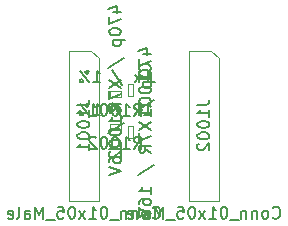
<source format=gbr>
G04 #@! TF.GenerationSoftware,KiCad,Pcbnew,(5.1.6-14-g3ac0951e1-dirty)*
G04 #@! TF.CreationDate,2021-04-17T10:51:59+02:00*
G04 #@! TF.ProjectId,A003.0000017200_DM.ADS7142.BOB,41303033-2e30-4303-9030-303137323030,rev?*
G04 #@! TF.SameCoordinates,Original*
G04 #@! TF.FileFunction,Other,Fab,Bot*
%FSLAX46Y46*%
G04 Gerber Fmt 4.6, Leading zero omitted, Abs format (unit mm)*
G04 Created by KiCad (PCBNEW (5.1.6-14-g3ac0951e1-dirty)) date 2021-04-17 10:52:00*
%MOMM*%
%LPD*%
G01*
G04 APERTURE LIST*
%ADD10C,0.100000*%
%ADD11C,0.150000*%
G04 APERTURE END LIST*
D10*
X129167000Y-81030000D02*
X129167000Y-81530000D01*
X130167000Y-81030000D02*
X129167000Y-81030000D01*
X130167000Y-81530000D02*
X130167000Y-81030000D01*
X129167000Y-81530000D02*
X130167000Y-81530000D01*
X129167000Y-78236000D02*
X129167000Y-78736000D01*
X130167000Y-78236000D02*
X129167000Y-78236000D01*
X130167000Y-78736000D02*
X130167000Y-78236000D01*
X129167000Y-78736000D02*
X130167000Y-78736000D01*
X131187000Y-81161000D02*
X130687000Y-81161000D01*
X131187000Y-82161000D02*
X131187000Y-81161000D01*
X130687000Y-82161000D02*
X131187000Y-82161000D01*
X130687000Y-81161000D02*
X130687000Y-82161000D01*
X130687000Y-78605000D02*
X131187000Y-78605000D01*
X130687000Y-77605000D02*
X130687000Y-78605000D01*
X131187000Y-77605000D02*
X130687000Y-77605000D01*
X131187000Y-78605000D02*
X131187000Y-77605000D01*
X137795000Y-74803000D02*
X135890000Y-74803000D01*
X135890000Y-74803000D02*
X135890000Y-87503000D01*
X135890000Y-87503000D02*
X138430000Y-87503000D01*
X138430000Y-87503000D02*
X138430000Y-75438000D01*
X138430000Y-75438000D02*
X137795000Y-74803000D01*
X127635000Y-74803000D02*
X125730000Y-74803000D01*
X125730000Y-74803000D02*
X125730000Y-87503000D01*
X125730000Y-87503000D02*
X128270000Y-87503000D01*
X128270000Y-87503000D02*
X128270000Y-75438000D01*
X128270000Y-75438000D02*
X127635000Y-74803000D01*
D11*
X132119380Y-80282380D02*
X132690809Y-80282380D01*
X132405095Y-80282380D02*
X132405095Y-79282380D01*
X132500333Y-79425238D01*
X132595571Y-79520476D01*
X132690809Y-79568095D01*
X131690809Y-80282380D02*
X131690809Y-79282380D01*
X131595571Y-79901428D02*
X131309857Y-80282380D01*
X131309857Y-79615714D02*
X131690809Y-79996666D01*
X129405095Y-79234761D02*
X130262238Y-80520476D01*
X127786047Y-80282380D02*
X128357476Y-80282380D01*
X128071761Y-80282380D02*
X128071761Y-79282380D01*
X128167000Y-79425238D01*
X128262238Y-79520476D01*
X128357476Y-79568095D01*
X127405095Y-80282380D02*
X126643190Y-79282380D01*
X127262238Y-79282380D02*
X127167000Y-79330000D01*
X127119380Y-79425238D01*
X127167000Y-79520476D01*
X127262238Y-79568095D01*
X127357476Y-79520476D01*
X127405095Y-79425238D01*
X127357476Y-79330000D01*
X127262238Y-79282380D01*
X126690809Y-80234761D02*
X126643190Y-80139523D01*
X126690809Y-80044285D01*
X126786047Y-79996666D01*
X126881285Y-80044285D01*
X126928904Y-80139523D01*
X126881285Y-80234761D01*
X126786047Y-80282380D01*
X126690809Y-80234761D01*
X131262238Y-83082380D02*
X131595571Y-82606190D01*
X131833666Y-83082380D02*
X131833666Y-82082380D01*
X131452714Y-82082380D01*
X131357476Y-82130000D01*
X131309857Y-82177619D01*
X131262238Y-82272857D01*
X131262238Y-82415714D01*
X131309857Y-82510952D01*
X131357476Y-82558571D01*
X131452714Y-82606190D01*
X131833666Y-82606190D01*
X130309857Y-83082380D02*
X130881285Y-83082380D01*
X130595571Y-83082380D02*
X130595571Y-82082380D01*
X130690809Y-82225238D01*
X130786047Y-82320476D01*
X130881285Y-82368095D01*
X129690809Y-82082380D02*
X129595571Y-82082380D01*
X129500333Y-82130000D01*
X129452714Y-82177619D01*
X129405095Y-82272857D01*
X129357476Y-82463333D01*
X129357476Y-82701428D01*
X129405095Y-82891904D01*
X129452714Y-82987142D01*
X129500333Y-83034761D01*
X129595571Y-83082380D01*
X129690809Y-83082380D01*
X129786047Y-83034761D01*
X129833666Y-82987142D01*
X129881285Y-82891904D01*
X129928904Y-82701428D01*
X129928904Y-82463333D01*
X129881285Y-82272857D01*
X129833666Y-82177619D01*
X129786047Y-82130000D01*
X129690809Y-82082380D01*
X128738428Y-82082380D02*
X128643190Y-82082380D01*
X128547952Y-82130000D01*
X128500333Y-82177619D01*
X128452714Y-82272857D01*
X128405095Y-82463333D01*
X128405095Y-82701428D01*
X128452714Y-82891904D01*
X128500333Y-82987142D01*
X128547952Y-83034761D01*
X128643190Y-83082380D01*
X128738428Y-83082380D01*
X128833666Y-83034761D01*
X128881285Y-82987142D01*
X128928904Y-82891904D01*
X128976523Y-82701428D01*
X128976523Y-82463333D01*
X128928904Y-82272857D01*
X128881285Y-82177619D01*
X128833666Y-82130000D01*
X128738428Y-82082380D01*
X128024142Y-82177619D02*
X127976523Y-82130000D01*
X127881285Y-82082380D01*
X127643190Y-82082380D01*
X127547952Y-82130000D01*
X127500333Y-82177619D01*
X127452714Y-82272857D01*
X127452714Y-82368095D01*
X127500333Y-82510952D01*
X128071761Y-83082380D01*
X127452714Y-83082380D01*
X132119380Y-77488380D02*
X132690809Y-77488380D01*
X132405095Y-77488380D02*
X132405095Y-76488380D01*
X132500333Y-76631238D01*
X132595571Y-76726476D01*
X132690809Y-76774095D01*
X131690809Y-77488380D02*
X131690809Y-76488380D01*
X131595571Y-77107428D02*
X131309857Y-77488380D01*
X131309857Y-76821714D02*
X131690809Y-77202666D01*
X129405095Y-76440761D02*
X130262238Y-77726476D01*
X127786047Y-77488380D02*
X128357476Y-77488380D01*
X128071761Y-77488380D02*
X128071761Y-76488380D01*
X128167000Y-76631238D01*
X128262238Y-76726476D01*
X128357476Y-76774095D01*
X127405095Y-77488380D02*
X126643190Y-76488380D01*
X127262238Y-76488380D02*
X127167000Y-76536000D01*
X127119380Y-76631238D01*
X127167000Y-76726476D01*
X127262238Y-76774095D01*
X127357476Y-76726476D01*
X127405095Y-76631238D01*
X127357476Y-76536000D01*
X127262238Y-76488380D01*
X126690809Y-77440761D02*
X126643190Y-77345523D01*
X126690809Y-77250285D01*
X126786047Y-77202666D01*
X126881285Y-77250285D01*
X126928904Y-77345523D01*
X126881285Y-77440761D01*
X126786047Y-77488380D01*
X126690809Y-77440761D01*
X131262238Y-80288380D02*
X131595571Y-79812190D01*
X131833666Y-80288380D02*
X131833666Y-79288380D01*
X131452714Y-79288380D01*
X131357476Y-79336000D01*
X131309857Y-79383619D01*
X131262238Y-79478857D01*
X131262238Y-79621714D01*
X131309857Y-79716952D01*
X131357476Y-79764571D01*
X131452714Y-79812190D01*
X131833666Y-79812190D01*
X130309857Y-80288380D02*
X130881285Y-80288380D01*
X130595571Y-80288380D02*
X130595571Y-79288380D01*
X130690809Y-79431238D01*
X130786047Y-79526476D01*
X130881285Y-79574095D01*
X129690809Y-79288380D02*
X129595571Y-79288380D01*
X129500333Y-79336000D01*
X129452714Y-79383619D01*
X129405095Y-79478857D01*
X129357476Y-79669333D01*
X129357476Y-79907428D01*
X129405095Y-80097904D01*
X129452714Y-80193142D01*
X129500333Y-80240761D01*
X129595571Y-80288380D01*
X129690809Y-80288380D01*
X129786047Y-80240761D01*
X129833666Y-80193142D01*
X129881285Y-80097904D01*
X129928904Y-79907428D01*
X129928904Y-79669333D01*
X129881285Y-79478857D01*
X129833666Y-79383619D01*
X129786047Y-79336000D01*
X129690809Y-79288380D01*
X128738428Y-79288380D02*
X128643190Y-79288380D01*
X128547952Y-79336000D01*
X128500333Y-79383619D01*
X128452714Y-79478857D01*
X128405095Y-79669333D01*
X128405095Y-79907428D01*
X128452714Y-80097904D01*
X128500333Y-80193142D01*
X128547952Y-80240761D01*
X128643190Y-80288380D01*
X128738428Y-80288380D01*
X128833666Y-80240761D01*
X128881285Y-80193142D01*
X128928904Y-80097904D01*
X128976523Y-79907428D01*
X128976523Y-79669333D01*
X128928904Y-79478857D01*
X128881285Y-79383619D01*
X128833666Y-79336000D01*
X128738428Y-79288380D01*
X127452714Y-80288380D02*
X128024142Y-80288380D01*
X127738428Y-80288380D02*
X127738428Y-79288380D01*
X127833666Y-79431238D01*
X127928904Y-79526476D01*
X128024142Y-79574095D01*
X131992714Y-75041952D02*
X132659380Y-75041952D01*
X131611761Y-74803857D02*
X132326047Y-74565761D01*
X132326047Y-75184809D01*
X131659380Y-75470523D02*
X131659380Y-76137190D01*
X132659380Y-75708619D01*
X131659380Y-76708619D02*
X131659380Y-76803857D01*
X131707000Y-76899095D01*
X131754619Y-76946714D01*
X131849857Y-76994333D01*
X132040333Y-77041952D01*
X132278428Y-77041952D01*
X132468904Y-76994333D01*
X132564142Y-76946714D01*
X132611761Y-76899095D01*
X132659380Y-76803857D01*
X132659380Y-76708619D01*
X132611761Y-76613380D01*
X132564142Y-76565761D01*
X132468904Y-76518142D01*
X132278428Y-76470523D01*
X132040333Y-76470523D01*
X131849857Y-76518142D01*
X131754619Y-76565761D01*
X131707000Y-76613380D01*
X131659380Y-76708619D01*
X131992714Y-77470523D02*
X132992714Y-77470523D01*
X132040333Y-77470523D02*
X131992714Y-77565761D01*
X131992714Y-77756238D01*
X132040333Y-77851476D01*
X132087952Y-77899095D01*
X132183190Y-77946714D01*
X132468904Y-77946714D01*
X132564142Y-77899095D01*
X132611761Y-77851476D01*
X132659380Y-77756238D01*
X132659380Y-77565761D01*
X132611761Y-77470523D01*
X131611761Y-79851476D02*
X132897476Y-78994333D01*
X131659380Y-80851476D02*
X132659380Y-81518142D01*
X131659380Y-81518142D02*
X132659380Y-80851476D01*
X131659380Y-81803857D02*
X131659380Y-82470523D01*
X132659380Y-82041952D01*
X132659380Y-83422904D02*
X132183190Y-83089571D01*
X132659380Y-82851476D02*
X131659380Y-82851476D01*
X131659380Y-83232428D01*
X131707000Y-83327666D01*
X131754619Y-83375285D01*
X131849857Y-83422904D01*
X131992714Y-83422904D01*
X132087952Y-83375285D01*
X132135571Y-83327666D01*
X132183190Y-83232428D01*
X132183190Y-82851476D01*
X131611761Y-85327666D02*
X132897476Y-84470523D01*
X132659380Y-86946714D02*
X132659380Y-86375285D01*
X132659380Y-86661000D02*
X131659380Y-86661000D01*
X131802238Y-86565761D01*
X131897476Y-86470523D01*
X131945095Y-86375285D01*
X131659380Y-87803857D02*
X131659380Y-87613380D01*
X131707000Y-87518142D01*
X131754619Y-87470523D01*
X131897476Y-87375285D01*
X132087952Y-87327666D01*
X132468904Y-87327666D01*
X132564142Y-87375285D01*
X132611761Y-87422904D01*
X132659380Y-87518142D01*
X132659380Y-87708619D01*
X132611761Y-87803857D01*
X132564142Y-87851476D01*
X132468904Y-87899095D01*
X132230809Y-87899095D01*
X132135571Y-87851476D01*
X132087952Y-87803857D01*
X132040333Y-87708619D01*
X132040333Y-87518142D01*
X132087952Y-87422904D01*
X132135571Y-87375285D01*
X132230809Y-87327666D01*
X131659380Y-88184809D02*
X132659380Y-88518142D01*
X131659380Y-88851476D01*
X130024142Y-80065761D02*
X130071761Y-80018142D01*
X130119380Y-79875285D01*
X130119380Y-79780047D01*
X130071761Y-79637190D01*
X129976523Y-79541952D01*
X129881285Y-79494333D01*
X129690809Y-79446714D01*
X129547952Y-79446714D01*
X129357476Y-79494333D01*
X129262238Y-79541952D01*
X129167000Y-79637190D01*
X129119380Y-79780047D01*
X129119380Y-79875285D01*
X129167000Y-80018142D01*
X129214619Y-80065761D01*
X130119380Y-81018142D02*
X130119380Y-80446714D01*
X130119380Y-80732428D02*
X129119380Y-80732428D01*
X129262238Y-80637190D01*
X129357476Y-80541952D01*
X129405095Y-80446714D01*
X129119380Y-81637190D02*
X129119380Y-81732428D01*
X129167000Y-81827666D01*
X129214619Y-81875285D01*
X129309857Y-81922904D01*
X129500333Y-81970523D01*
X129738428Y-81970523D01*
X129928904Y-81922904D01*
X130024142Y-81875285D01*
X130071761Y-81827666D01*
X130119380Y-81732428D01*
X130119380Y-81637190D01*
X130071761Y-81541952D01*
X130024142Y-81494333D01*
X129928904Y-81446714D01*
X129738428Y-81399095D01*
X129500333Y-81399095D01*
X129309857Y-81446714D01*
X129214619Y-81494333D01*
X129167000Y-81541952D01*
X129119380Y-81637190D01*
X129119380Y-82589571D02*
X129119380Y-82684809D01*
X129167000Y-82780047D01*
X129214619Y-82827666D01*
X129309857Y-82875285D01*
X129500333Y-82922904D01*
X129738428Y-82922904D01*
X129928904Y-82875285D01*
X130024142Y-82827666D01*
X130071761Y-82780047D01*
X130119380Y-82684809D01*
X130119380Y-82589571D01*
X130071761Y-82494333D01*
X130024142Y-82446714D01*
X129928904Y-82399095D01*
X129738428Y-82351476D01*
X129500333Y-82351476D01*
X129309857Y-82399095D01*
X129214619Y-82446714D01*
X129167000Y-82494333D01*
X129119380Y-82589571D01*
X129214619Y-83303857D02*
X129167000Y-83351476D01*
X129119380Y-83446714D01*
X129119380Y-83684809D01*
X129167000Y-83780047D01*
X129214619Y-83827666D01*
X129309857Y-83875285D01*
X129405095Y-83875285D01*
X129547952Y-83827666D01*
X130119380Y-83256238D01*
X130119380Y-83875285D01*
X129452714Y-71485952D02*
X130119380Y-71485952D01*
X129071761Y-71247857D02*
X129786047Y-71009761D01*
X129786047Y-71628809D01*
X129119380Y-71914523D02*
X129119380Y-72581190D01*
X130119380Y-72152619D01*
X129119380Y-73152619D02*
X129119380Y-73247857D01*
X129167000Y-73343095D01*
X129214619Y-73390714D01*
X129309857Y-73438333D01*
X129500333Y-73485952D01*
X129738428Y-73485952D01*
X129928904Y-73438333D01*
X130024142Y-73390714D01*
X130071761Y-73343095D01*
X130119380Y-73247857D01*
X130119380Y-73152619D01*
X130071761Y-73057380D01*
X130024142Y-73009761D01*
X129928904Y-72962142D01*
X129738428Y-72914523D01*
X129500333Y-72914523D01*
X129309857Y-72962142D01*
X129214619Y-73009761D01*
X129167000Y-73057380D01*
X129119380Y-73152619D01*
X129452714Y-73914523D02*
X130452714Y-73914523D01*
X129500333Y-73914523D02*
X129452714Y-74009761D01*
X129452714Y-74200238D01*
X129500333Y-74295476D01*
X129547952Y-74343095D01*
X129643190Y-74390714D01*
X129928904Y-74390714D01*
X130024142Y-74343095D01*
X130071761Y-74295476D01*
X130119380Y-74200238D01*
X130119380Y-74009761D01*
X130071761Y-73914523D01*
X129071761Y-76295476D02*
X130357476Y-75438333D01*
X129119380Y-77295476D02*
X130119380Y-77962142D01*
X129119380Y-77962142D02*
X130119380Y-77295476D01*
X129119380Y-78247857D02*
X129119380Y-78914523D01*
X130119380Y-78485952D01*
X130119380Y-79866904D02*
X129643190Y-79533571D01*
X130119380Y-79295476D02*
X129119380Y-79295476D01*
X129119380Y-79676428D01*
X129167000Y-79771666D01*
X129214619Y-79819285D01*
X129309857Y-79866904D01*
X129452714Y-79866904D01*
X129547952Y-79819285D01*
X129595571Y-79771666D01*
X129643190Y-79676428D01*
X129643190Y-79295476D01*
X129071761Y-81771666D02*
X130357476Y-80914523D01*
X130119380Y-83390714D02*
X130119380Y-82819285D01*
X130119380Y-83105000D02*
X129119380Y-83105000D01*
X129262238Y-83009761D01*
X129357476Y-82914523D01*
X129405095Y-82819285D01*
X129119380Y-84247857D02*
X129119380Y-84057380D01*
X129167000Y-83962142D01*
X129214619Y-83914523D01*
X129357476Y-83819285D01*
X129547952Y-83771666D01*
X129928904Y-83771666D01*
X130024142Y-83819285D01*
X130071761Y-83866904D01*
X130119380Y-83962142D01*
X130119380Y-84152619D01*
X130071761Y-84247857D01*
X130024142Y-84295476D01*
X129928904Y-84343095D01*
X129690809Y-84343095D01*
X129595571Y-84295476D01*
X129547952Y-84247857D01*
X129500333Y-84152619D01*
X129500333Y-83962142D01*
X129547952Y-83866904D01*
X129595571Y-83819285D01*
X129690809Y-83771666D01*
X129119380Y-84628809D02*
X130119380Y-84962142D01*
X129119380Y-85295476D01*
X132564142Y-76509761D02*
X132611761Y-76462142D01*
X132659380Y-76319285D01*
X132659380Y-76224047D01*
X132611761Y-76081190D01*
X132516523Y-75985952D01*
X132421285Y-75938333D01*
X132230809Y-75890714D01*
X132087952Y-75890714D01*
X131897476Y-75938333D01*
X131802238Y-75985952D01*
X131707000Y-76081190D01*
X131659380Y-76224047D01*
X131659380Y-76319285D01*
X131707000Y-76462142D01*
X131754619Y-76509761D01*
X132659380Y-77462142D02*
X132659380Y-76890714D01*
X132659380Y-77176428D02*
X131659380Y-77176428D01*
X131802238Y-77081190D01*
X131897476Y-76985952D01*
X131945095Y-76890714D01*
X131659380Y-78081190D02*
X131659380Y-78176428D01*
X131707000Y-78271666D01*
X131754619Y-78319285D01*
X131849857Y-78366904D01*
X132040333Y-78414523D01*
X132278428Y-78414523D01*
X132468904Y-78366904D01*
X132564142Y-78319285D01*
X132611761Y-78271666D01*
X132659380Y-78176428D01*
X132659380Y-78081190D01*
X132611761Y-77985952D01*
X132564142Y-77938333D01*
X132468904Y-77890714D01*
X132278428Y-77843095D01*
X132040333Y-77843095D01*
X131849857Y-77890714D01*
X131754619Y-77938333D01*
X131707000Y-77985952D01*
X131659380Y-78081190D01*
X131659380Y-79033571D02*
X131659380Y-79128809D01*
X131707000Y-79224047D01*
X131754619Y-79271666D01*
X131849857Y-79319285D01*
X132040333Y-79366904D01*
X132278428Y-79366904D01*
X132468904Y-79319285D01*
X132564142Y-79271666D01*
X132611761Y-79224047D01*
X132659380Y-79128809D01*
X132659380Y-79033571D01*
X132611761Y-78938333D01*
X132564142Y-78890714D01*
X132468904Y-78843095D01*
X132278428Y-78795476D01*
X132040333Y-78795476D01*
X131849857Y-78843095D01*
X131754619Y-78890714D01*
X131707000Y-78938333D01*
X131659380Y-79033571D01*
X132659380Y-80319285D02*
X132659380Y-79747857D01*
X132659380Y-80033571D02*
X131659380Y-80033571D01*
X131802238Y-79938333D01*
X131897476Y-79843095D01*
X131945095Y-79747857D01*
X142993333Y-88920142D02*
X143040952Y-88967761D01*
X143183809Y-89015380D01*
X143279047Y-89015380D01*
X143421904Y-88967761D01*
X143517142Y-88872523D01*
X143564761Y-88777285D01*
X143612380Y-88586809D01*
X143612380Y-88443952D01*
X143564761Y-88253476D01*
X143517142Y-88158238D01*
X143421904Y-88063000D01*
X143279047Y-88015380D01*
X143183809Y-88015380D01*
X143040952Y-88063000D01*
X142993333Y-88110619D01*
X142421904Y-89015380D02*
X142517142Y-88967761D01*
X142564761Y-88920142D01*
X142612380Y-88824904D01*
X142612380Y-88539190D01*
X142564761Y-88443952D01*
X142517142Y-88396333D01*
X142421904Y-88348714D01*
X142279047Y-88348714D01*
X142183809Y-88396333D01*
X142136190Y-88443952D01*
X142088571Y-88539190D01*
X142088571Y-88824904D01*
X142136190Y-88920142D01*
X142183809Y-88967761D01*
X142279047Y-89015380D01*
X142421904Y-89015380D01*
X141660000Y-88348714D02*
X141660000Y-89015380D01*
X141660000Y-88443952D02*
X141612380Y-88396333D01*
X141517142Y-88348714D01*
X141374285Y-88348714D01*
X141279047Y-88396333D01*
X141231428Y-88491571D01*
X141231428Y-89015380D01*
X140755238Y-88348714D02*
X140755238Y-89015380D01*
X140755238Y-88443952D02*
X140707619Y-88396333D01*
X140612380Y-88348714D01*
X140469523Y-88348714D01*
X140374285Y-88396333D01*
X140326666Y-88491571D01*
X140326666Y-89015380D01*
X140088571Y-89110619D02*
X139326666Y-89110619D01*
X138898095Y-88015380D02*
X138802857Y-88015380D01*
X138707619Y-88063000D01*
X138660000Y-88110619D01*
X138612380Y-88205857D01*
X138564761Y-88396333D01*
X138564761Y-88634428D01*
X138612380Y-88824904D01*
X138660000Y-88920142D01*
X138707619Y-88967761D01*
X138802857Y-89015380D01*
X138898095Y-89015380D01*
X138993333Y-88967761D01*
X139040952Y-88920142D01*
X139088571Y-88824904D01*
X139136190Y-88634428D01*
X139136190Y-88396333D01*
X139088571Y-88205857D01*
X139040952Y-88110619D01*
X138993333Y-88063000D01*
X138898095Y-88015380D01*
X137612380Y-89015380D02*
X138183809Y-89015380D01*
X137898095Y-89015380D02*
X137898095Y-88015380D01*
X137993333Y-88158238D01*
X138088571Y-88253476D01*
X138183809Y-88301095D01*
X137279047Y-89015380D02*
X136755238Y-88348714D01*
X137279047Y-88348714D02*
X136755238Y-89015380D01*
X136183809Y-88015380D02*
X136088571Y-88015380D01*
X135993333Y-88063000D01*
X135945714Y-88110619D01*
X135898095Y-88205857D01*
X135850476Y-88396333D01*
X135850476Y-88634428D01*
X135898095Y-88824904D01*
X135945714Y-88920142D01*
X135993333Y-88967761D01*
X136088571Y-89015380D01*
X136183809Y-89015380D01*
X136279047Y-88967761D01*
X136326666Y-88920142D01*
X136374285Y-88824904D01*
X136421904Y-88634428D01*
X136421904Y-88396333D01*
X136374285Y-88205857D01*
X136326666Y-88110619D01*
X136279047Y-88063000D01*
X136183809Y-88015380D01*
X134945714Y-88015380D02*
X135421904Y-88015380D01*
X135469523Y-88491571D01*
X135421904Y-88443952D01*
X135326666Y-88396333D01*
X135088571Y-88396333D01*
X134993333Y-88443952D01*
X134945714Y-88491571D01*
X134898095Y-88586809D01*
X134898095Y-88824904D01*
X134945714Y-88920142D01*
X134993333Y-88967761D01*
X135088571Y-89015380D01*
X135326666Y-89015380D01*
X135421904Y-88967761D01*
X135469523Y-88920142D01*
X134707619Y-89110619D02*
X133945714Y-89110619D01*
X133707619Y-89015380D02*
X133707619Y-88015380D01*
X133374285Y-88729666D01*
X133040952Y-88015380D01*
X133040952Y-89015380D01*
X132136190Y-89015380D02*
X132136190Y-88491571D01*
X132183809Y-88396333D01*
X132279047Y-88348714D01*
X132469523Y-88348714D01*
X132564761Y-88396333D01*
X132136190Y-88967761D02*
X132231428Y-89015380D01*
X132469523Y-89015380D01*
X132564761Y-88967761D01*
X132612380Y-88872523D01*
X132612380Y-88777285D01*
X132564761Y-88682047D01*
X132469523Y-88634428D01*
X132231428Y-88634428D01*
X132136190Y-88586809D01*
X131517142Y-89015380D02*
X131612380Y-88967761D01*
X131660000Y-88872523D01*
X131660000Y-88015380D01*
X130755238Y-88967761D02*
X130850476Y-89015380D01*
X131040952Y-89015380D01*
X131136190Y-88967761D01*
X131183809Y-88872523D01*
X131183809Y-88491571D01*
X131136190Y-88396333D01*
X131040952Y-88348714D01*
X130850476Y-88348714D01*
X130755238Y-88396333D01*
X130707619Y-88491571D01*
X130707619Y-88586809D01*
X131183809Y-88682047D01*
X136612380Y-79391095D02*
X137326666Y-79391095D01*
X137469523Y-79343476D01*
X137564761Y-79248238D01*
X137612380Y-79105380D01*
X137612380Y-79010142D01*
X137612380Y-80391095D02*
X137612380Y-79819666D01*
X137612380Y-80105380D02*
X136612380Y-80105380D01*
X136755238Y-80010142D01*
X136850476Y-79914904D01*
X136898095Y-79819666D01*
X136612380Y-81010142D02*
X136612380Y-81105380D01*
X136660000Y-81200619D01*
X136707619Y-81248238D01*
X136802857Y-81295857D01*
X136993333Y-81343476D01*
X137231428Y-81343476D01*
X137421904Y-81295857D01*
X137517142Y-81248238D01*
X137564761Y-81200619D01*
X137612380Y-81105380D01*
X137612380Y-81010142D01*
X137564761Y-80914904D01*
X137517142Y-80867285D01*
X137421904Y-80819666D01*
X137231428Y-80772047D01*
X136993333Y-80772047D01*
X136802857Y-80819666D01*
X136707619Y-80867285D01*
X136660000Y-80914904D01*
X136612380Y-81010142D01*
X136612380Y-81962523D02*
X136612380Y-82057761D01*
X136660000Y-82153000D01*
X136707619Y-82200619D01*
X136802857Y-82248238D01*
X136993333Y-82295857D01*
X137231428Y-82295857D01*
X137421904Y-82248238D01*
X137517142Y-82200619D01*
X137564761Y-82153000D01*
X137612380Y-82057761D01*
X137612380Y-81962523D01*
X137564761Y-81867285D01*
X137517142Y-81819666D01*
X137421904Y-81772047D01*
X137231428Y-81724428D01*
X136993333Y-81724428D01*
X136802857Y-81772047D01*
X136707619Y-81819666D01*
X136660000Y-81867285D01*
X136612380Y-81962523D01*
X136707619Y-82676809D02*
X136660000Y-82724428D01*
X136612380Y-82819666D01*
X136612380Y-83057761D01*
X136660000Y-83153000D01*
X136707619Y-83200619D01*
X136802857Y-83248238D01*
X136898095Y-83248238D01*
X137040952Y-83200619D01*
X137612380Y-82629190D01*
X137612380Y-83248238D01*
X132833333Y-88920142D02*
X132880952Y-88967761D01*
X133023809Y-89015380D01*
X133119047Y-89015380D01*
X133261904Y-88967761D01*
X133357142Y-88872523D01*
X133404761Y-88777285D01*
X133452380Y-88586809D01*
X133452380Y-88443952D01*
X133404761Y-88253476D01*
X133357142Y-88158238D01*
X133261904Y-88063000D01*
X133119047Y-88015380D01*
X133023809Y-88015380D01*
X132880952Y-88063000D01*
X132833333Y-88110619D01*
X132261904Y-89015380D02*
X132357142Y-88967761D01*
X132404761Y-88920142D01*
X132452380Y-88824904D01*
X132452380Y-88539190D01*
X132404761Y-88443952D01*
X132357142Y-88396333D01*
X132261904Y-88348714D01*
X132119047Y-88348714D01*
X132023809Y-88396333D01*
X131976190Y-88443952D01*
X131928571Y-88539190D01*
X131928571Y-88824904D01*
X131976190Y-88920142D01*
X132023809Y-88967761D01*
X132119047Y-89015380D01*
X132261904Y-89015380D01*
X131500000Y-88348714D02*
X131500000Y-89015380D01*
X131500000Y-88443952D02*
X131452380Y-88396333D01*
X131357142Y-88348714D01*
X131214285Y-88348714D01*
X131119047Y-88396333D01*
X131071428Y-88491571D01*
X131071428Y-89015380D01*
X130595238Y-88348714D02*
X130595238Y-89015380D01*
X130595238Y-88443952D02*
X130547619Y-88396333D01*
X130452380Y-88348714D01*
X130309523Y-88348714D01*
X130214285Y-88396333D01*
X130166666Y-88491571D01*
X130166666Y-89015380D01*
X129928571Y-89110619D02*
X129166666Y-89110619D01*
X128738095Y-88015380D02*
X128642857Y-88015380D01*
X128547619Y-88063000D01*
X128500000Y-88110619D01*
X128452380Y-88205857D01*
X128404761Y-88396333D01*
X128404761Y-88634428D01*
X128452380Y-88824904D01*
X128500000Y-88920142D01*
X128547619Y-88967761D01*
X128642857Y-89015380D01*
X128738095Y-89015380D01*
X128833333Y-88967761D01*
X128880952Y-88920142D01*
X128928571Y-88824904D01*
X128976190Y-88634428D01*
X128976190Y-88396333D01*
X128928571Y-88205857D01*
X128880952Y-88110619D01*
X128833333Y-88063000D01*
X128738095Y-88015380D01*
X127452380Y-89015380D02*
X128023809Y-89015380D01*
X127738095Y-89015380D02*
X127738095Y-88015380D01*
X127833333Y-88158238D01*
X127928571Y-88253476D01*
X128023809Y-88301095D01*
X127119047Y-89015380D02*
X126595238Y-88348714D01*
X127119047Y-88348714D02*
X126595238Y-89015380D01*
X126023809Y-88015380D02*
X125928571Y-88015380D01*
X125833333Y-88063000D01*
X125785714Y-88110619D01*
X125738095Y-88205857D01*
X125690476Y-88396333D01*
X125690476Y-88634428D01*
X125738095Y-88824904D01*
X125785714Y-88920142D01*
X125833333Y-88967761D01*
X125928571Y-89015380D01*
X126023809Y-89015380D01*
X126119047Y-88967761D01*
X126166666Y-88920142D01*
X126214285Y-88824904D01*
X126261904Y-88634428D01*
X126261904Y-88396333D01*
X126214285Y-88205857D01*
X126166666Y-88110619D01*
X126119047Y-88063000D01*
X126023809Y-88015380D01*
X124785714Y-88015380D02*
X125261904Y-88015380D01*
X125309523Y-88491571D01*
X125261904Y-88443952D01*
X125166666Y-88396333D01*
X124928571Y-88396333D01*
X124833333Y-88443952D01*
X124785714Y-88491571D01*
X124738095Y-88586809D01*
X124738095Y-88824904D01*
X124785714Y-88920142D01*
X124833333Y-88967761D01*
X124928571Y-89015380D01*
X125166666Y-89015380D01*
X125261904Y-88967761D01*
X125309523Y-88920142D01*
X124547619Y-89110619D02*
X123785714Y-89110619D01*
X123547619Y-89015380D02*
X123547619Y-88015380D01*
X123214285Y-88729666D01*
X122880952Y-88015380D01*
X122880952Y-89015380D01*
X121976190Y-89015380D02*
X121976190Y-88491571D01*
X122023809Y-88396333D01*
X122119047Y-88348714D01*
X122309523Y-88348714D01*
X122404761Y-88396333D01*
X121976190Y-88967761D02*
X122071428Y-89015380D01*
X122309523Y-89015380D01*
X122404761Y-88967761D01*
X122452380Y-88872523D01*
X122452380Y-88777285D01*
X122404761Y-88682047D01*
X122309523Y-88634428D01*
X122071428Y-88634428D01*
X121976190Y-88586809D01*
X121357142Y-89015380D02*
X121452380Y-88967761D01*
X121500000Y-88872523D01*
X121500000Y-88015380D01*
X120595238Y-88967761D02*
X120690476Y-89015380D01*
X120880952Y-89015380D01*
X120976190Y-88967761D01*
X121023809Y-88872523D01*
X121023809Y-88491571D01*
X120976190Y-88396333D01*
X120880952Y-88348714D01*
X120690476Y-88348714D01*
X120595238Y-88396333D01*
X120547619Y-88491571D01*
X120547619Y-88586809D01*
X121023809Y-88682047D01*
X126452380Y-79391095D02*
X127166666Y-79391095D01*
X127309523Y-79343476D01*
X127404761Y-79248238D01*
X127452380Y-79105380D01*
X127452380Y-79010142D01*
X127452380Y-80391095D02*
X127452380Y-79819666D01*
X127452380Y-80105380D02*
X126452380Y-80105380D01*
X126595238Y-80010142D01*
X126690476Y-79914904D01*
X126738095Y-79819666D01*
X126452380Y-81010142D02*
X126452380Y-81105380D01*
X126500000Y-81200619D01*
X126547619Y-81248238D01*
X126642857Y-81295857D01*
X126833333Y-81343476D01*
X127071428Y-81343476D01*
X127261904Y-81295857D01*
X127357142Y-81248238D01*
X127404761Y-81200619D01*
X127452380Y-81105380D01*
X127452380Y-81010142D01*
X127404761Y-80914904D01*
X127357142Y-80867285D01*
X127261904Y-80819666D01*
X127071428Y-80772047D01*
X126833333Y-80772047D01*
X126642857Y-80819666D01*
X126547619Y-80867285D01*
X126500000Y-80914904D01*
X126452380Y-81010142D01*
X126452380Y-81962523D02*
X126452380Y-82057761D01*
X126500000Y-82153000D01*
X126547619Y-82200619D01*
X126642857Y-82248238D01*
X126833333Y-82295857D01*
X127071428Y-82295857D01*
X127261904Y-82248238D01*
X127357142Y-82200619D01*
X127404761Y-82153000D01*
X127452380Y-82057761D01*
X127452380Y-81962523D01*
X127404761Y-81867285D01*
X127357142Y-81819666D01*
X127261904Y-81772047D01*
X127071428Y-81724428D01*
X126833333Y-81724428D01*
X126642857Y-81772047D01*
X126547619Y-81819666D01*
X126500000Y-81867285D01*
X126452380Y-81962523D01*
X127452380Y-83248238D02*
X127452380Y-82676809D01*
X127452380Y-82962523D02*
X126452380Y-82962523D01*
X126595238Y-82867285D01*
X126690476Y-82772047D01*
X126738095Y-82676809D01*
M02*

</source>
